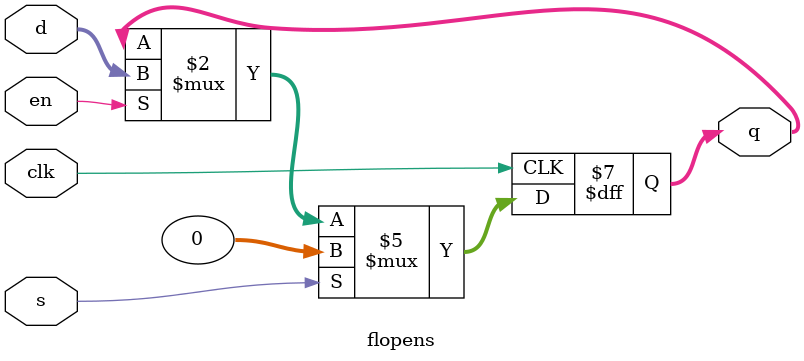
<source format=sv>
module flopens #(
    parameter WIDTH = 32,
    parameter SET_VALUE = 0
) 
(
    input  logic                  clk,
    input  logic                    s, // can't use 'set' as the verilator gives a warning
    input  logic                   en,
    input  logic [WIDTH-1 : 0]      d,
    output logic [WIDTH-1 : 0]      q
);
    always_ff @( posedge clk ) begin
        if (s) begin    // synchronous set
            q <= SET_VALUE;
        end
        else if (en) begin // enable condition
            q <= d;
        end
    end
    
endmodule

</source>
